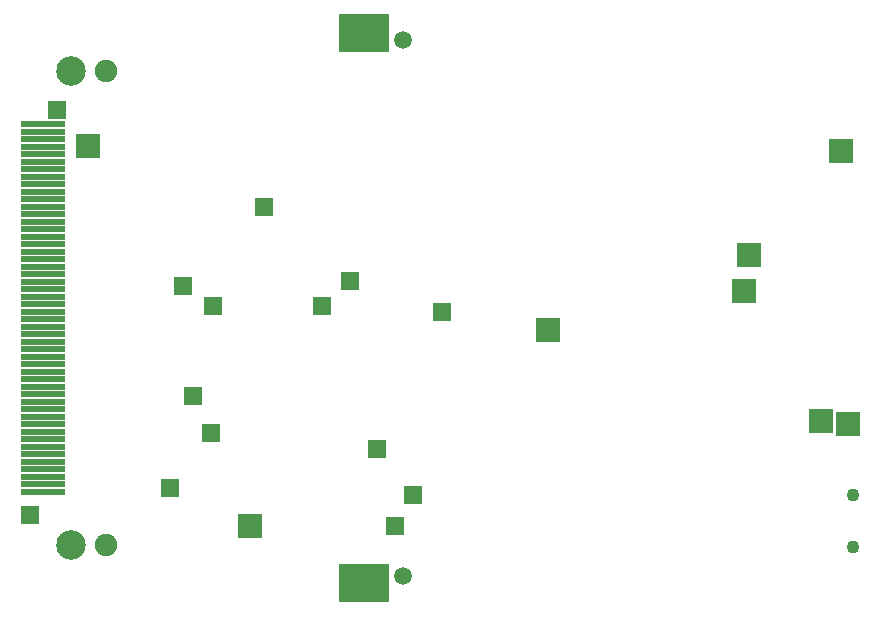
<source format=gbs>
G75*
G70*
%OFA0B0*%
%FSLAX24Y24*%
%IPPOS*%
%LPD*%
%AMOC8*
5,1,8,0,0,1.08239X$1,22.5*
%
%ADD10C,0.0749*%
%ADD11C,0.0986*%
%ADD12R,0.1458X0.0237*%
%ADD13C,0.0592*%
%ADD14R,0.1655X0.1261*%
%ADD15C,0.0434*%
%ADD16R,0.0595X0.0595*%
%ADD17R,0.0789X0.0789*%
D10*
X004061Y003431D03*
X004061Y019242D03*
D11*
X002880Y003431D03*
X002880Y019242D03*
D12*
X001955Y017461D03*
X001955Y017211D03*
X001955Y016961D03*
X001955Y016711D03*
X001955Y016461D03*
X001955Y016211D03*
X001955Y015961D03*
X001955Y015711D03*
X001955Y015461D03*
X001955Y015211D03*
X001955Y014961D03*
X001955Y014711D03*
X001955Y014461D03*
X001955Y014211D03*
X001955Y013961D03*
X001955Y013711D03*
X001955Y013461D03*
X001955Y013211D03*
X001955Y012961D03*
X001955Y012711D03*
X001955Y012461D03*
X001955Y012211D03*
X001955Y011961D03*
X001955Y011711D03*
X001955Y011461D03*
X001955Y011211D03*
X001955Y010961D03*
X001955Y010711D03*
X001955Y010461D03*
X001955Y010211D03*
X001955Y009961D03*
X001955Y009711D03*
X001955Y009461D03*
X001955Y009211D03*
X001955Y008961D03*
X001955Y008711D03*
X001955Y008461D03*
X001955Y008211D03*
X001955Y007961D03*
X001955Y007711D03*
X001955Y007461D03*
X001955Y007211D03*
X001955Y006961D03*
X001955Y006711D03*
X001955Y006461D03*
X001955Y006211D03*
X001955Y005961D03*
X001955Y005711D03*
X001955Y005461D03*
X001955Y005211D03*
D13*
X013943Y002399D03*
X013943Y020273D03*
D14*
X012644Y020509D03*
X012644Y002163D03*
D15*
X028951Y003364D03*
X028951Y005096D03*
D16*
X015258Y011214D03*
X012187Y012238D03*
X011243Y011411D03*
X007620Y011411D03*
X006636Y012080D03*
X009313Y014718D03*
X002424Y017946D03*
X006951Y008419D03*
X007542Y007159D03*
X006203Y005348D03*
X001518Y004443D03*
X013093Y006647D03*
X014274Y005112D03*
X013683Y004088D03*
D17*
X008841Y004088D03*
X018802Y010624D03*
X025337Y011923D03*
X025494Y013104D03*
X028565Y016569D03*
X027896Y007592D03*
X028802Y007474D03*
X003447Y016726D03*
M02*

</source>
